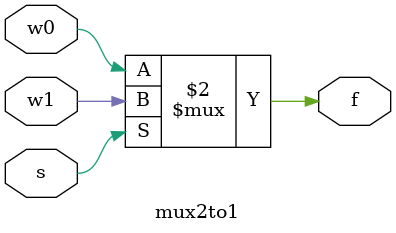
<source format=v>
module mux2to1 (w0, w1, s, f);
	input w0, w1, s;
	output reg f;
		
	always @(w0, w1, s)
		f = s ? w1 : w0;
endmodule


</source>
